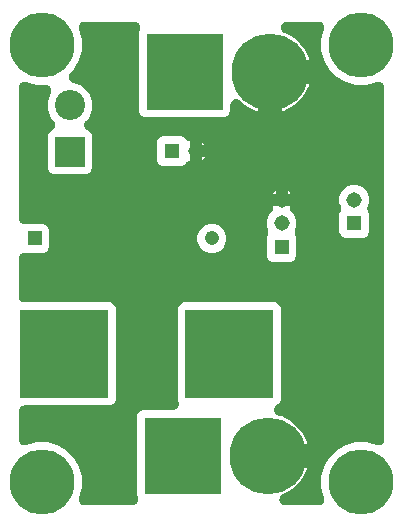
<source format=gtl>
G04 EAGLE Gerber RS-274X export*
G75*
%MOMM*%
%FSLAX34Y34*%
%LPD*%
%INTop Copper*%
%IPPOS*%
%AMOC8*
5,1,8,0,0,1.08239X$1,22.5*%
G01*
%ADD10R,1.208000X1.208000*%
%ADD11C,1.208000*%
%ADD12R,6.500000X6.500000*%
%ADD13C,6.500000*%
%ADD14R,2.550000X2.550000*%
%ADD15C,2.550000*%
%ADD16R,1.308000X1.308000*%
%ADD17C,1.308000*%
%ADD18R,7.500000X7.500000*%
%ADD19C,0.756400*%
%ADD20C,5.500000*%

G36*
X106429Y10173D02*
X106429Y10173D01*
X106625Y10176D01*
X106747Y10193D01*
X106869Y10201D01*
X107062Y10237D01*
X107256Y10265D01*
X107374Y10297D01*
X107495Y10320D01*
X107681Y10380D01*
X107871Y10432D01*
X107984Y10479D01*
X108101Y10517D01*
X108278Y10600D01*
X108460Y10675D01*
X108567Y10735D01*
X108678Y10788D01*
X108843Y10893D01*
X109014Y10989D01*
X109112Y11063D01*
X109216Y11129D01*
X109367Y11253D01*
X109524Y11371D01*
X109612Y11456D01*
X109707Y11534D01*
X109842Y11677D01*
X109982Y11813D01*
X110059Y11909D01*
X110144Y11998D01*
X110259Y12157D01*
X110382Y12309D01*
X110446Y12414D01*
X110519Y12513D01*
X110613Y12685D01*
X110716Y12852D01*
X110767Y12964D01*
X110827Y13071D01*
X110899Y13253D01*
X110980Y13432D01*
X111016Y13549D01*
X111062Y13664D01*
X111111Y13853D01*
X111169Y14040D01*
X111190Y14161D01*
X111221Y14280D01*
X111246Y14475D01*
X111280Y14668D01*
X111286Y14790D01*
X111302Y14912D01*
X111302Y15109D01*
X111312Y15304D01*
X111303Y15426D01*
X111303Y15550D01*
X111279Y15744D01*
X111264Y15939D01*
X111240Y16060D01*
X111225Y16182D01*
X111176Y16372D01*
X111137Y16563D01*
X111099Y16677D01*
X111067Y16799D01*
X110989Y16998D01*
X110926Y17184D01*
X110303Y18687D01*
X110303Y86113D01*
X111231Y88354D01*
X112946Y90069D01*
X115187Y90997D01*
X140806Y90997D01*
X141001Y91009D01*
X141197Y91012D01*
X141319Y91029D01*
X141441Y91037D01*
X141634Y91073D01*
X141828Y91101D01*
X141946Y91133D01*
X142067Y91156D01*
X142254Y91216D01*
X142443Y91268D01*
X142556Y91315D01*
X142673Y91353D01*
X142851Y91436D01*
X143032Y91511D01*
X143139Y91571D01*
X143250Y91624D01*
X143415Y91728D01*
X143586Y91825D01*
X143684Y91899D01*
X143788Y91965D01*
X143939Y92089D01*
X144096Y92207D01*
X144184Y92292D01*
X144279Y92370D01*
X144413Y92513D01*
X144554Y92649D01*
X144632Y92745D01*
X144716Y92834D01*
X144831Y92993D01*
X144954Y93145D01*
X145019Y93250D01*
X145091Y93349D01*
X145185Y93521D01*
X145288Y93688D01*
X145339Y93800D01*
X145399Y93907D01*
X145471Y94089D01*
X145552Y94268D01*
X145588Y94385D01*
X145634Y94500D01*
X145683Y94689D01*
X145741Y94876D01*
X145763Y94997D01*
X145793Y95116D01*
X145818Y95311D01*
X145852Y95503D01*
X145859Y95626D01*
X145874Y95748D01*
X145875Y95945D01*
X145884Y96140D01*
X145875Y96262D01*
X145875Y96386D01*
X145851Y96580D01*
X145836Y96775D01*
X145812Y96896D01*
X145797Y97018D01*
X145748Y97208D01*
X145709Y97399D01*
X145671Y97513D01*
X145640Y97635D01*
X145562Y97833D01*
X145498Y98020D01*
X144803Y99697D01*
X144803Y177123D01*
X145731Y179364D01*
X147446Y181079D01*
X149687Y182007D01*
X227113Y182007D01*
X229354Y181079D01*
X231069Y179364D01*
X231997Y177123D01*
X231997Y99697D01*
X231069Y97456D01*
X229334Y95722D01*
X229219Y95674D01*
X229088Y95599D01*
X228952Y95532D01*
X228812Y95440D01*
X228667Y95357D01*
X228546Y95265D01*
X228419Y95182D01*
X228292Y95073D01*
X228158Y94973D01*
X228050Y94867D01*
X227935Y94769D01*
X227822Y94645D01*
X227702Y94528D01*
X227608Y94409D01*
X227506Y94298D01*
X227409Y94161D01*
X227305Y94030D01*
X227226Y93900D01*
X227139Y93777D01*
X227061Y93629D01*
X226973Y93486D01*
X226911Y93347D01*
X226841Y93214D01*
X226781Y93057D01*
X226713Y92904D01*
X226668Y92760D01*
X226615Y92618D01*
X226575Y92455D01*
X226527Y92295D01*
X226501Y92146D01*
X226465Y91999D01*
X226447Y91832D01*
X226418Y91667D01*
X226411Y91516D01*
X226395Y91365D01*
X226397Y91198D01*
X226389Y91031D01*
X226402Y90880D01*
X226404Y90728D01*
X226427Y90563D01*
X226441Y90396D01*
X226472Y90247D01*
X226493Y90097D01*
X226537Y89936D01*
X226571Y89772D01*
X226620Y89628D01*
X226660Y89483D01*
X226724Y89328D01*
X226778Y89169D01*
X226845Y89034D01*
X226902Y88893D01*
X226985Y88748D01*
X227059Y88598D01*
X227142Y88471D01*
X227217Y88339D01*
X227317Y88205D01*
X227409Y88065D01*
X227508Y87950D01*
X227599Y87829D01*
X227715Y87709D01*
X227824Y87581D01*
X227936Y87479D01*
X228041Y87371D01*
X228171Y87266D01*
X228295Y87153D01*
X228420Y87066D01*
X228537Y86971D01*
X228680Y86883D01*
X228817Y86787D01*
X228951Y86716D01*
X229080Y86637D01*
X229232Y86567D01*
X229380Y86489D01*
X229518Y86437D01*
X229660Y86373D01*
X229834Y86319D01*
X229994Y86259D01*
X232719Y85432D01*
X235900Y84115D01*
X238936Y82492D01*
X241799Y80579D01*
X244460Y78395D01*
X246895Y75960D01*
X249079Y73299D01*
X250992Y70436D01*
X252615Y67400D01*
X253932Y64219D01*
X254436Y62559D01*
X225980Y62559D01*
X225826Y62549D01*
X225671Y62550D01*
X225508Y62530D01*
X225344Y62519D01*
X225192Y62490D01*
X225038Y62471D01*
X224879Y62431D01*
X224718Y62400D01*
X224571Y62352D01*
X224421Y62314D01*
X224268Y62254D01*
X224112Y62203D01*
X223972Y62137D01*
X223828Y62081D01*
X223684Y62002D01*
X223536Y61932D01*
X223405Y61850D01*
X223269Y61775D01*
X223136Y61679D01*
X222998Y61591D01*
X222878Y61493D01*
X222753Y61402D01*
X222633Y61290D01*
X222506Y61186D01*
X222400Y61073D01*
X222287Y60967D01*
X222182Y60841D01*
X222070Y60721D01*
X221978Y60596D01*
X221879Y60477D01*
X221791Y60339D01*
X221695Y60206D01*
X221620Y60071D01*
X221537Y59940D01*
X221466Y59792D01*
X221387Y59648D01*
X221330Y59505D01*
X221263Y59365D01*
X221212Y59209D01*
X221152Y59056D01*
X221113Y58906D01*
X221065Y58759D01*
X221033Y58598D01*
X220992Y58440D01*
X220973Y58286D01*
X220943Y58134D01*
X220933Y57975D01*
X220911Y57808D01*
X220911Y57639D01*
X220901Y57480D01*
X220901Y47320D01*
X220911Y47166D01*
X220910Y47010D01*
X220931Y46848D01*
X220941Y46684D01*
X220970Y46532D01*
X220989Y46378D01*
X221029Y46219D01*
X221060Y46058D01*
X221108Y45911D01*
X221146Y45761D01*
X221206Y45608D01*
X221257Y45452D01*
X221323Y45312D01*
X221379Y45168D01*
X221458Y45024D01*
X221528Y44876D01*
X221611Y44745D01*
X221685Y44609D01*
X221781Y44476D01*
X221869Y44337D01*
X221967Y44218D01*
X222058Y44092D01*
X222170Y43973D01*
X222275Y43846D01*
X222387Y43740D01*
X222493Y43627D01*
X222619Y43522D01*
X222739Y43410D01*
X222864Y43318D01*
X222983Y43219D01*
X223121Y43131D01*
X223254Y43035D01*
X223389Y42960D01*
X223520Y42876D01*
X223668Y42806D01*
X223812Y42727D01*
X223955Y42670D01*
X224096Y42603D01*
X224251Y42552D01*
X224404Y42492D01*
X224554Y42453D01*
X224701Y42405D01*
X224862Y42373D01*
X225021Y42332D01*
X225174Y42313D01*
X225326Y42283D01*
X225485Y42273D01*
X225653Y42251D01*
X225821Y42251D01*
X225980Y42241D01*
X254436Y42241D01*
X253932Y40581D01*
X252615Y37400D01*
X250992Y34364D01*
X249079Y31501D01*
X246895Y28840D01*
X244460Y26405D01*
X241799Y24221D01*
X238936Y22308D01*
X235900Y20685D01*
X234083Y19933D01*
X233833Y19811D01*
X233582Y19692D01*
X233547Y19670D01*
X233510Y19652D01*
X233278Y19500D01*
X233044Y19351D01*
X233012Y19325D01*
X232978Y19303D01*
X232767Y19122D01*
X232552Y18946D01*
X232524Y18916D01*
X232493Y18889D01*
X232306Y18684D01*
X232116Y18482D01*
X232092Y18448D01*
X232064Y18418D01*
X231905Y18191D01*
X231741Y17966D01*
X231721Y17931D01*
X231697Y17897D01*
X231567Y17652D01*
X231433Y17409D01*
X231418Y17370D01*
X231399Y17334D01*
X231300Y17074D01*
X231198Y16816D01*
X231188Y16777D01*
X231173Y16738D01*
X231108Y16468D01*
X231039Y16200D01*
X231033Y16159D01*
X231024Y16119D01*
X230993Y15844D01*
X230958Y15568D01*
X230958Y15527D01*
X230953Y15486D01*
X230957Y15208D01*
X230956Y14930D01*
X230962Y14890D01*
X230962Y14849D01*
X231001Y14574D01*
X231035Y14298D01*
X231045Y14258D01*
X231051Y14218D01*
X231124Y13950D01*
X231192Y13681D01*
X231207Y13643D01*
X231218Y13603D01*
X231324Y13347D01*
X231426Y13088D01*
X231445Y13052D01*
X231461Y13014D01*
X231598Y12773D01*
X231731Y12529D01*
X231755Y12496D01*
X231775Y12460D01*
X231942Y12237D01*
X232104Y12012D01*
X232132Y11982D01*
X232157Y11950D01*
X232350Y11749D01*
X232539Y11547D01*
X232571Y11521D01*
X232599Y11491D01*
X232816Y11317D01*
X233029Y11139D01*
X233064Y11117D01*
X233096Y11092D01*
X233332Y10946D01*
X233566Y10796D01*
X233603Y10779D01*
X233638Y10757D01*
X233890Y10643D01*
X234142Y10523D01*
X234181Y10510D01*
X234218Y10494D01*
X234484Y10411D01*
X234747Y10324D01*
X234787Y10317D01*
X234826Y10304D01*
X235100Y10256D01*
X235372Y10203D01*
X235413Y10200D01*
X235454Y10193D01*
X235775Y10177D01*
X236026Y10161D01*
X263915Y10161D01*
X264096Y10172D01*
X264279Y10174D01*
X264414Y10192D01*
X264551Y10201D01*
X264729Y10235D01*
X264910Y10259D01*
X265042Y10294D01*
X265176Y10320D01*
X265350Y10376D01*
X265526Y10423D01*
X265652Y10474D01*
X265782Y10517D01*
X265947Y10594D01*
X266116Y10663D01*
X266235Y10729D01*
X266359Y10788D01*
X266513Y10885D01*
X266672Y10974D01*
X266782Y11055D01*
X266897Y11129D01*
X267038Y11245D01*
X267184Y11353D01*
X267283Y11447D01*
X267388Y11534D01*
X267513Y11667D01*
X267645Y11793D01*
X267731Y11899D01*
X267825Y11998D01*
X267932Y12146D01*
X268047Y12287D01*
X268120Y12403D01*
X268200Y12513D01*
X268288Y12673D01*
X268384Y12828D01*
X268442Y12952D01*
X268508Y13071D01*
X268575Y13241D01*
X268651Y13406D01*
X268693Y13537D01*
X268743Y13664D01*
X268789Y13840D01*
X268844Y14014D01*
X268868Y14148D01*
X268902Y14280D01*
X268926Y14461D01*
X268958Y14640D01*
X268966Y14777D01*
X268983Y14912D01*
X268984Y15095D01*
X268994Y15277D01*
X268984Y15413D01*
X268984Y15550D01*
X268962Y15730D01*
X268949Y15912D01*
X268923Y16043D01*
X268906Y16182D01*
X268857Y16373D01*
X268821Y16555D01*
X266403Y25577D01*
X266403Y34423D01*
X268693Y42968D01*
X273116Y50629D01*
X279371Y56884D01*
X287032Y61307D01*
X295577Y63597D01*
X304423Y63597D01*
X313445Y61179D01*
X313624Y61143D01*
X313800Y61098D01*
X313936Y61080D01*
X314070Y61053D01*
X314252Y61040D01*
X314432Y61017D01*
X314569Y61016D01*
X314705Y61006D01*
X314887Y61016D01*
X315070Y61016D01*
X315205Y61032D01*
X315342Y61040D01*
X315521Y61072D01*
X315702Y61094D01*
X315834Y61128D01*
X315969Y61152D01*
X316143Y61206D01*
X316319Y61251D01*
X316446Y61301D01*
X316577Y61342D01*
X316742Y61418D01*
X316912Y61485D01*
X317032Y61550D01*
X317156Y61607D01*
X317311Y61703D01*
X317471Y61790D01*
X317582Y61870D01*
X317698Y61942D01*
X317840Y62057D01*
X317988Y62163D01*
X318087Y62257D01*
X318194Y62343D01*
X318320Y62474D01*
X318453Y62598D01*
X318541Y62703D01*
X318635Y62802D01*
X318744Y62948D01*
X318861Y63088D01*
X318934Y63203D01*
X319016Y63313D01*
X319105Y63471D01*
X319204Y63625D01*
X319262Y63749D01*
X319329Y63868D01*
X319399Y64036D01*
X319477Y64201D01*
X319519Y64331D01*
X319571Y64457D01*
X319619Y64633D01*
X319676Y64806D01*
X319702Y64940D01*
X319737Y65072D01*
X319762Y65252D01*
X319797Y65432D01*
X319806Y65565D01*
X319825Y65703D01*
X319827Y65901D01*
X319839Y66085D01*
X319839Y363915D01*
X319828Y364096D01*
X319826Y364279D01*
X319808Y364414D01*
X319799Y364551D01*
X319765Y364729D01*
X319741Y364910D01*
X319706Y365042D01*
X319680Y365176D01*
X319624Y365350D01*
X319577Y365526D01*
X319526Y365652D01*
X319483Y365782D01*
X319406Y365947D01*
X319337Y366116D01*
X319271Y366235D01*
X319212Y366359D01*
X319115Y366513D01*
X319026Y366672D01*
X318945Y366782D01*
X318871Y366897D01*
X318755Y367038D01*
X318647Y367184D01*
X318553Y367283D01*
X318466Y367388D01*
X318333Y367513D01*
X318207Y367645D01*
X318101Y367731D01*
X318002Y367825D01*
X317854Y367932D01*
X317713Y368047D01*
X317597Y368120D01*
X317487Y368200D01*
X317327Y368288D01*
X317172Y368384D01*
X317048Y368442D01*
X316929Y368508D01*
X316759Y368575D01*
X316594Y368651D01*
X316463Y368693D01*
X316336Y368743D01*
X316160Y368789D01*
X315986Y368844D01*
X315852Y368868D01*
X315720Y368902D01*
X315539Y368926D01*
X315360Y368958D01*
X315223Y368966D01*
X315088Y368983D01*
X314905Y368984D01*
X314723Y368994D01*
X314587Y368984D01*
X314450Y368984D01*
X314270Y368962D01*
X314088Y368949D01*
X313957Y368923D01*
X313818Y368906D01*
X313627Y368857D01*
X313445Y368821D01*
X304423Y366403D01*
X295577Y366403D01*
X287032Y368693D01*
X279371Y373116D01*
X273116Y379371D01*
X268693Y387032D01*
X266403Y395577D01*
X266403Y404423D01*
X268821Y413445D01*
X268857Y413624D01*
X268902Y413800D01*
X268920Y413936D01*
X268947Y414070D01*
X268960Y414252D01*
X268983Y414432D01*
X268984Y414569D01*
X268994Y414705D01*
X268984Y414887D01*
X268984Y415070D01*
X268968Y415205D01*
X268960Y415342D01*
X268928Y415521D01*
X268906Y415702D01*
X268872Y415834D01*
X268848Y415969D01*
X268794Y416143D01*
X268749Y416319D01*
X268699Y416446D01*
X268658Y416577D01*
X268582Y416742D01*
X268515Y416912D01*
X268450Y417032D01*
X268393Y417156D01*
X268297Y417311D01*
X268210Y417471D01*
X268130Y417582D01*
X268058Y417698D01*
X267943Y417840D01*
X267837Y417988D01*
X267743Y418087D01*
X267657Y418194D01*
X267526Y418320D01*
X267402Y418453D01*
X267297Y418541D01*
X267198Y418635D01*
X267052Y418744D01*
X266912Y418861D01*
X266797Y418934D01*
X266687Y419016D01*
X266529Y419105D01*
X266375Y419204D01*
X266251Y419262D01*
X266132Y419329D01*
X265964Y419399D01*
X265799Y419477D01*
X265669Y419519D01*
X265543Y419571D01*
X265367Y419619D01*
X265194Y419676D01*
X265060Y419702D01*
X264928Y419737D01*
X264748Y419762D01*
X264568Y419797D01*
X264435Y419806D01*
X264297Y419825D01*
X264099Y419827D01*
X263915Y419839D01*
X237343Y419839D01*
X237066Y419822D01*
X236789Y419809D01*
X236749Y419802D01*
X236708Y419799D01*
X236435Y419747D01*
X236161Y419700D01*
X236122Y419688D01*
X236082Y419680D01*
X235818Y419594D01*
X235552Y419513D01*
X235515Y419496D01*
X235476Y419483D01*
X235224Y419365D01*
X234971Y419251D01*
X234936Y419230D01*
X234899Y419212D01*
X234665Y419064D01*
X234428Y418919D01*
X234396Y418893D01*
X234361Y418871D01*
X234146Y418694D01*
X233930Y418521D01*
X233901Y418492D01*
X233870Y418466D01*
X233679Y418263D01*
X233486Y418064D01*
X233461Y418032D01*
X233433Y418002D01*
X233269Y417777D01*
X233103Y417555D01*
X233082Y417520D01*
X233058Y417487D01*
X232924Y417244D01*
X232786Y417002D01*
X232770Y416964D01*
X232750Y416929D01*
X232648Y416670D01*
X232541Y416414D01*
X232530Y416375D01*
X232515Y416336D01*
X232445Y416067D01*
X232372Y415800D01*
X232366Y415759D01*
X232356Y415720D01*
X232320Y415443D01*
X232281Y415169D01*
X232280Y415129D01*
X232275Y415088D01*
X232274Y414810D01*
X232269Y414532D01*
X232274Y414491D01*
X232274Y414450D01*
X232308Y414175D01*
X232338Y413899D01*
X232347Y413859D01*
X232352Y413818D01*
X232421Y413549D01*
X232485Y413279D01*
X232499Y413240D01*
X232509Y413201D01*
X232611Y412942D01*
X232709Y412682D01*
X232728Y412646D01*
X232743Y412608D01*
X232876Y412363D01*
X233005Y412118D01*
X233029Y412085D01*
X233048Y412049D01*
X233211Y411823D01*
X233370Y411596D01*
X233397Y411566D01*
X233422Y411532D01*
X233611Y411330D01*
X233797Y411124D01*
X233829Y411097D01*
X233856Y411067D01*
X234070Y410889D01*
X234280Y410708D01*
X234315Y410686D01*
X234346Y410659D01*
X234580Y410510D01*
X234812Y410357D01*
X234848Y410339D01*
X234883Y410316D01*
X235175Y410178D01*
X235400Y410067D01*
X237700Y409115D01*
X240736Y407492D01*
X243599Y405579D01*
X246260Y403395D01*
X248695Y400960D01*
X250879Y398299D01*
X252792Y395436D01*
X254415Y392400D01*
X255732Y389219D01*
X256236Y387559D01*
X227780Y387559D01*
X227626Y387549D01*
X227471Y387550D01*
X227308Y387530D01*
X227144Y387519D01*
X226992Y387490D01*
X226838Y387471D01*
X226679Y387431D01*
X226518Y387400D01*
X226371Y387352D01*
X226221Y387314D01*
X226068Y387254D01*
X225912Y387203D01*
X225772Y387137D01*
X225628Y387081D01*
X225484Y387002D01*
X225336Y386932D01*
X225205Y386850D01*
X225069Y386775D01*
X224936Y386679D01*
X224798Y386591D01*
X224678Y386493D01*
X224553Y386402D01*
X224433Y386290D01*
X224306Y386186D01*
X224200Y386073D01*
X224087Y385967D01*
X223982Y385841D01*
X223870Y385721D01*
X223778Y385596D01*
X223679Y385477D01*
X223591Y385339D01*
X223495Y385206D01*
X223420Y385071D01*
X223337Y384940D01*
X223266Y384792D01*
X223187Y384648D01*
X223130Y384505D01*
X223063Y384365D01*
X223012Y384209D01*
X222952Y384056D01*
X222913Y383906D01*
X222865Y383759D01*
X222833Y383598D01*
X222792Y383440D01*
X222773Y383286D01*
X222743Y383134D01*
X222733Y382975D01*
X222711Y382808D01*
X222711Y382639D01*
X222701Y382480D01*
X222701Y377399D01*
X217620Y377399D01*
X217466Y377389D01*
X217310Y377390D01*
X217148Y377369D01*
X216984Y377359D01*
X216832Y377330D01*
X216678Y377311D01*
X216519Y377271D01*
X216358Y377240D01*
X216211Y377192D01*
X216061Y377154D01*
X215908Y377094D01*
X215752Y377043D01*
X215612Y376977D01*
X215468Y376921D01*
X215324Y376842D01*
X215176Y376772D01*
X215045Y376689D01*
X214909Y376615D01*
X214776Y376519D01*
X214637Y376431D01*
X214518Y376333D01*
X214392Y376242D01*
X214273Y376130D01*
X214146Y376025D01*
X214040Y375913D01*
X213927Y375807D01*
X213822Y375681D01*
X213710Y375561D01*
X213618Y375436D01*
X213519Y375317D01*
X213431Y375179D01*
X213335Y375046D01*
X213260Y374911D01*
X213176Y374780D01*
X213106Y374632D01*
X213027Y374488D01*
X212970Y374345D01*
X212903Y374204D01*
X212852Y374049D01*
X212792Y373896D01*
X212753Y373746D01*
X212705Y373599D01*
X212673Y373438D01*
X212632Y373279D01*
X212613Y373126D01*
X212583Y372974D01*
X212573Y372815D01*
X212551Y372647D01*
X212551Y372479D01*
X212541Y372320D01*
X212541Y343864D01*
X210881Y344368D01*
X207700Y345685D01*
X204664Y347308D01*
X201801Y349221D01*
X199140Y351405D01*
X197968Y352577D01*
X197790Y352734D01*
X197618Y352896D01*
X197551Y352945D01*
X197490Y352999D01*
X197294Y353132D01*
X197102Y353271D01*
X197031Y353311D01*
X196963Y353357D01*
X196752Y353465D01*
X196545Y353579D01*
X196468Y353609D01*
X196395Y353646D01*
X196172Y353727D01*
X195952Y353814D01*
X195873Y353835D01*
X195796Y353863D01*
X195565Y353914D01*
X195336Y353974D01*
X195254Y353984D01*
X195174Y354002D01*
X194939Y354024D01*
X194704Y354055D01*
X194621Y354055D01*
X194540Y354062D01*
X194304Y354055D01*
X194066Y354056D01*
X193985Y354046D01*
X193903Y354043D01*
X193670Y354006D01*
X193434Y353977D01*
X193354Y353957D01*
X193274Y353944D01*
X193047Y353878D01*
X192817Y353820D01*
X192740Y353790D01*
X192662Y353767D01*
X192444Y353673D01*
X192224Y353587D01*
X192152Y353547D01*
X192077Y353515D01*
X191873Y353395D01*
X191665Y353281D01*
X191598Y353233D01*
X191528Y353191D01*
X191340Y353046D01*
X191148Y352908D01*
X191089Y352852D01*
X191024Y352802D01*
X190856Y352635D01*
X190683Y352473D01*
X190630Y352410D01*
X190572Y352352D01*
X190427Y352165D01*
X190275Y351983D01*
X190231Y351914D01*
X190181Y351849D01*
X190060Y351645D01*
X189932Y351446D01*
X189897Y351372D01*
X189855Y351301D01*
X189761Y351085D01*
X189659Y350870D01*
X189634Y350792D01*
X189601Y350717D01*
X189534Y350490D01*
X189460Y350265D01*
X189445Y350185D01*
X189422Y350106D01*
X189384Y349872D01*
X189339Y349640D01*
X189334Y349559D01*
X189321Y349477D01*
X189312Y349217D01*
X189297Y348986D01*
X189297Y343687D01*
X188369Y341446D01*
X186654Y339731D01*
X184413Y338803D01*
X116987Y338803D01*
X114746Y339731D01*
X113031Y341446D01*
X112103Y343687D01*
X112103Y411113D01*
X112809Y412816D01*
X112872Y413001D01*
X112945Y413184D01*
X112975Y413302D01*
X113015Y413419D01*
X113055Y413611D01*
X113104Y413800D01*
X113120Y413922D01*
X113145Y414043D01*
X113160Y414238D01*
X113185Y414432D01*
X113185Y414556D01*
X113195Y414678D01*
X113186Y414874D01*
X113186Y415070D01*
X113171Y415192D01*
X113165Y415314D01*
X113132Y415507D01*
X113107Y415702D01*
X113077Y415821D01*
X113056Y415942D01*
X112999Y416129D01*
X112950Y416319D01*
X112905Y416434D01*
X112869Y416551D01*
X112789Y416730D01*
X112717Y416912D01*
X112658Y417020D01*
X112608Y417132D01*
X112506Y417299D01*
X112411Y417471D01*
X112339Y417571D01*
X112275Y417676D01*
X112153Y417829D01*
X112038Y417988D01*
X111954Y418077D01*
X111877Y418174D01*
X111737Y418310D01*
X111603Y418453D01*
X111509Y418532D01*
X111421Y418618D01*
X111264Y418735D01*
X111114Y418861D01*
X111010Y418927D01*
X110912Y419001D01*
X110742Y419098D01*
X110577Y419204D01*
X110465Y419256D01*
X110359Y419317D01*
X110178Y419393D01*
X110001Y419477D01*
X109884Y419515D01*
X109770Y419562D01*
X109581Y419614D01*
X109396Y419676D01*
X109275Y419699D01*
X109156Y419732D01*
X108962Y419760D01*
X108770Y419797D01*
X108650Y419805D01*
X108526Y419823D01*
X108313Y419827D01*
X108116Y419839D01*
X66085Y419839D01*
X65904Y419828D01*
X65721Y419826D01*
X65586Y419808D01*
X65449Y419799D01*
X65271Y419765D01*
X65090Y419741D01*
X64958Y419706D01*
X64824Y419680D01*
X64650Y419624D01*
X64474Y419577D01*
X64348Y419526D01*
X64218Y419483D01*
X64053Y419406D01*
X63884Y419337D01*
X63765Y419271D01*
X63641Y419212D01*
X63487Y419115D01*
X63328Y419026D01*
X63218Y418945D01*
X63103Y418871D01*
X62962Y418755D01*
X62816Y418647D01*
X62717Y418553D01*
X62612Y418466D01*
X62487Y418333D01*
X62355Y418207D01*
X62269Y418101D01*
X62175Y418002D01*
X62068Y417854D01*
X61953Y417713D01*
X61880Y417597D01*
X61800Y417487D01*
X61712Y417327D01*
X61616Y417172D01*
X61558Y417048D01*
X61492Y416929D01*
X61425Y416759D01*
X61349Y416594D01*
X61307Y416463D01*
X61257Y416336D01*
X61211Y416160D01*
X61156Y415986D01*
X61132Y415852D01*
X61098Y415720D01*
X61074Y415539D01*
X61042Y415360D01*
X61034Y415223D01*
X61017Y415088D01*
X61016Y414905D01*
X61006Y414723D01*
X61016Y414587D01*
X61016Y414450D01*
X61038Y414270D01*
X61051Y414088D01*
X61077Y413957D01*
X61094Y413818D01*
X61143Y413627D01*
X61179Y413445D01*
X63597Y404423D01*
X63597Y395577D01*
X61307Y387032D01*
X56884Y379371D01*
X54030Y376518D01*
X53874Y376340D01*
X53712Y376168D01*
X53663Y376101D01*
X53609Y376040D01*
X53476Y375844D01*
X53337Y375652D01*
X53297Y375581D01*
X53251Y375513D01*
X53143Y375302D01*
X53029Y375095D01*
X52999Y375018D01*
X52961Y374945D01*
X52881Y374723D01*
X52794Y374502D01*
X52773Y374423D01*
X52745Y374346D01*
X52693Y374115D01*
X52634Y373886D01*
X52624Y373804D01*
X52606Y373724D01*
X52583Y373489D01*
X52553Y373254D01*
X52553Y373171D01*
X52545Y373090D01*
X52553Y372854D01*
X52552Y372616D01*
X52562Y372535D01*
X52565Y372453D01*
X52602Y372219D01*
X52631Y371984D01*
X52651Y371905D01*
X52664Y371824D01*
X52730Y371596D01*
X52788Y371367D01*
X52818Y371290D01*
X52841Y371212D01*
X52935Y370994D01*
X53021Y370774D01*
X53061Y370702D01*
X53093Y370627D01*
X53213Y370423D01*
X53327Y370215D01*
X53375Y370148D01*
X53417Y370078D01*
X53561Y369890D01*
X53700Y369698D01*
X53756Y369638D01*
X53806Y369574D01*
X53974Y369406D01*
X54135Y369233D01*
X54198Y369180D01*
X54256Y369122D01*
X54443Y368977D01*
X54625Y368825D01*
X54694Y368781D01*
X54759Y368731D01*
X54962Y368610D01*
X55162Y368482D01*
X55236Y368447D01*
X55306Y368405D01*
X55523Y368311D01*
X55737Y368209D01*
X55815Y368184D01*
X55891Y368151D01*
X56118Y368084D01*
X56343Y368010D01*
X56423Y367995D01*
X56502Y367972D01*
X56736Y367934D01*
X56968Y367889D01*
X57049Y367884D01*
X57131Y367871D01*
X57197Y367868D01*
X64176Y364977D01*
X69477Y359676D01*
X72347Y352749D01*
X72347Y345251D01*
X69477Y338324D01*
X67137Y335983D01*
X67007Y335837D01*
X66871Y335696D01*
X66797Y335598D01*
X66715Y335506D01*
X66605Y335344D01*
X66487Y335187D01*
X66426Y335080D01*
X66357Y334979D01*
X66268Y334804D01*
X66171Y334634D01*
X66123Y334520D01*
X66068Y334411D01*
X66001Y334227D01*
X65926Y334046D01*
X65893Y333927D01*
X65852Y333812D01*
X65809Y333621D01*
X65757Y333432D01*
X65739Y333310D01*
X65712Y333190D01*
X65693Y332995D01*
X65666Y332801D01*
X65663Y332678D01*
X65652Y332556D01*
X65658Y332360D01*
X65654Y332164D01*
X65667Y332042D01*
X65671Y331919D01*
X65701Y331726D01*
X65723Y331531D01*
X65751Y331411D01*
X65770Y331290D01*
X65825Y331101D01*
X65870Y330911D01*
X65913Y330796D01*
X65947Y330677D01*
X66025Y330498D01*
X66093Y330314D01*
X66151Y330205D01*
X66199Y330092D01*
X66299Y329924D01*
X66390Y329750D01*
X66461Y329649D01*
X66523Y329543D01*
X66642Y329389D01*
X66755Y329228D01*
X66837Y329137D01*
X66913Y329039D01*
X67051Y328901D01*
X67182Y328755D01*
X67275Y328675D01*
X67362Y328588D01*
X67517Y328468D01*
X67665Y328340D01*
X67768Y328272D01*
X67865Y328197D01*
X68033Y328097D01*
X68197Y327988D01*
X68304Y327935D01*
X68413Y327871D01*
X68608Y327786D01*
X68785Y327699D01*
X69704Y327319D01*
X71419Y325604D01*
X72347Y323363D01*
X72347Y295437D01*
X71419Y293196D01*
X69704Y291481D01*
X67463Y290553D01*
X39537Y290553D01*
X37296Y291481D01*
X35581Y293196D01*
X34653Y295437D01*
X34653Y323363D01*
X35581Y325604D01*
X37296Y327319D01*
X38215Y327699D01*
X38391Y327785D01*
X38571Y327863D01*
X38677Y327925D01*
X38788Y327979D01*
X38951Y328087D01*
X39120Y328186D01*
X39217Y328262D01*
X39320Y328329D01*
X39469Y328456D01*
X39624Y328576D01*
X39711Y328663D01*
X39805Y328743D01*
X39937Y328888D01*
X40076Y329026D01*
X40151Y329123D01*
X40234Y329214D01*
X40347Y329374D01*
X40467Y329529D01*
X40530Y329634D01*
X40601Y329735D01*
X40692Y329908D01*
X40792Y330076D01*
X40842Y330189D01*
X40899Y330298D01*
X40969Y330481D01*
X41047Y330660D01*
X41081Y330778D01*
X41125Y330893D01*
X41171Y331084D01*
X41226Y331272D01*
X41246Y331393D01*
X41274Y331513D01*
X41296Y331707D01*
X41327Y331901D01*
X41331Y332024D01*
X41345Y332146D01*
X41342Y332342D01*
X41349Y332538D01*
X41338Y332660D01*
X41336Y332783D01*
X41309Y332977D01*
X41291Y333172D01*
X41264Y333292D01*
X41247Y333414D01*
X41196Y333603D01*
X41154Y333794D01*
X41112Y333910D01*
X41080Y334029D01*
X41005Y334210D01*
X40940Y334394D01*
X40884Y334504D01*
X40837Y334618D01*
X40740Y334788D01*
X40652Y334963D01*
X40583Y335065D01*
X40523Y335172D01*
X40405Y335329D01*
X40296Y335491D01*
X40216Y335582D01*
X40141Y335682D01*
X39994Y335835D01*
X39863Y335983D01*
X37523Y338324D01*
X34653Y345251D01*
X34653Y352749D01*
X37400Y359380D01*
X37464Y359566D01*
X37536Y359748D01*
X37567Y359867D01*
X37607Y359983D01*
X37646Y360175D01*
X37695Y360364D01*
X37711Y360486D01*
X37736Y360607D01*
X37751Y360802D01*
X37776Y360996D01*
X37776Y361120D01*
X37786Y361242D01*
X37777Y361438D01*
X37777Y361634D01*
X37762Y361756D01*
X37756Y361878D01*
X37723Y362071D01*
X37699Y362266D01*
X37668Y362385D01*
X37647Y362506D01*
X37590Y362693D01*
X37541Y362883D01*
X37497Y362998D01*
X37460Y363115D01*
X37380Y363294D01*
X37308Y363476D01*
X37249Y363584D01*
X37199Y363696D01*
X37097Y363863D01*
X37003Y364035D01*
X36930Y364135D01*
X36866Y364240D01*
X36744Y364393D01*
X36629Y364552D01*
X36545Y364642D01*
X36469Y364738D01*
X36328Y364874D01*
X36194Y365017D01*
X36100Y365096D01*
X36012Y365182D01*
X35855Y365300D01*
X35705Y365425D01*
X35601Y365491D01*
X35503Y365565D01*
X35333Y365662D01*
X35168Y365768D01*
X35057Y365820D01*
X34950Y365881D01*
X34769Y365957D01*
X34592Y366041D01*
X34475Y366079D01*
X34362Y366126D01*
X34173Y366178D01*
X33987Y366240D01*
X33866Y366263D01*
X33747Y366296D01*
X33554Y366324D01*
X33361Y366361D01*
X33241Y366369D01*
X33117Y366387D01*
X32904Y366391D01*
X32707Y366403D01*
X25577Y366403D01*
X16555Y368821D01*
X16376Y368857D01*
X16200Y368902D01*
X16064Y368920D01*
X15930Y368947D01*
X15748Y368960D01*
X15568Y368983D01*
X15431Y368984D01*
X15295Y368994D01*
X15113Y368984D01*
X14930Y368984D01*
X14795Y368968D01*
X14658Y368960D01*
X14479Y368928D01*
X14298Y368906D01*
X14166Y368872D01*
X14031Y368848D01*
X13857Y368794D01*
X13681Y368749D01*
X13554Y368699D01*
X13423Y368658D01*
X13258Y368582D01*
X13088Y368515D01*
X12968Y368450D01*
X12844Y368393D01*
X12689Y368297D01*
X12529Y368210D01*
X12418Y368130D01*
X12302Y368058D01*
X12160Y367943D01*
X12012Y367837D01*
X11913Y367743D01*
X11806Y367657D01*
X11680Y367526D01*
X11547Y367402D01*
X11459Y367297D01*
X11365Y367198D01*
X11256Y367052D01*
X11139Y366912D01*
X11066Y366797D01*
X10984Y366687D01*
X10895Y366529D01*
X10796Y366375D01*
X10738Y366251D01*
X10671Y366132D01*
X10601Y365964D01*
X10523Y365799D01*
X10481Y365669D01*
X10429Y365543D01*
X10381Y365367D01*
X10324Y365194D01*
X10298Y365060D01*
X10263Y364928D01*
X10238Y364748D01*
X10203Y364568D01*
X10194Y364435D01*
X10175Y364297D01*
X10173Y364099D01*
X10161Y363915D01*
X10161Y253376D01*
X10173Y253180D01*
X10176Y252984D01*
X10193Y252862D01*
X10201Y252740D01*
X10237Y252547D01*
X10265Y252353D01*
X10297Y252234D01*
X10320Y252114D01*
X10381Y251927D01*
X10432Y251738D01*
X10479Y251625D01*
X10517Y251508D01*
X10600Y251330D01*
X10675Y251149D01*
X10736Y251042D01*
X10788Y250931D01*
X10893Y250766D01*
X10990Y250595D01*
X11063Y250497D01*
X11129Y250393D01*
X11254Y250242D01*
X11371Y250085D01*
X11456Y249996D01*
X11534Y249902D01*
X11677Y249768D01*
X11814Y249626D01*
X11909Y249549D01*
X11998Y249465D01*
X12157Y249350D01*
X12310Y249227D01*
X12415Y249162D01*
X12513Y249090D01*
X12685Y248996D01*
X12853Y248893D01*
X12964Y248842D01*
X13071Y248783D01*
X13254Y248710D01*
X13433Y248629D01*
X13550Y248593D01*
X13664Y248547D01*
X13853Y248498D01*
X14041Y248440D01*
X14162Y248419D01*
X14280Y248388D01*
X14475Y248363D01*
X14668Y248329D01*
X14791Y248323D01*
X14912Y248307D01*
X15109Y248307D01*
X15305Y248297D01*
X15427Y248306D01*
X15550Y248306D01*
X15745Y248330D01*
X15830Y248337D01*
X30853Y248337D01*
X33094Y247409D01*
X34809Y245694D01*
X35737Y243453D01*
X35737Y228947D01*
X34809Y226706D01*
X33094Y224991D01*
X30853Y224063D01*
X15822Y224063D01*
X15762Y224068D01*
X15568Y224093D01*
X15445Y224093D01*
X15323Y224103D01*
X15127Y224094D01*
X14930Y224094D01*
X14809Y224079D01*
X14686Y224073D01*
X14493Y224040D01*
X14298Y224015D01*
X14179Y223985D01*
X14059Y223964D01*
X13871Y223907D01*
X13681Y223858D01*
X13567Y223813D01*
X13450Y223777D01*
X13271Y223697D01*
X13088Y223625D01*
X12980Y223566D01*
X12869Y223516D01*
X12701Y223414D01*
X12529Y223319D01*
X12429Y223247D01*
X12325Y223184D01*
X12172Y223061D01*
X12012Y222946D01*
X11923Y222862D01*
X11827Y222786D01*
X11690Y222645D01*
X11547Y222511D01*
X11468Y222417D01*
X11383Y222329D01*
X11265Y222172D01*
X11139Y222021D01*
X11073Y221918D01*
X11000Y221820D01*
X10902Y221650D01*
X10796Y221484D01*
X10744Y221374D01*
X10683Y221267D01*
X10608Y221087D01*
X10523Y220909D01*
X10485Y220792D01*
X10438Y220679D01*
X10386Y220490D01*
X10324Y220303D01*
X10301Y220183D01*
X10269Y220065D01*
X10240Y219871D01*
X10203Y219678D01*
X10195Y219558D01*
X10177Y219435D01*
X10173Y219221D01*
X10161Y219024D01*
X10161Y187086D01*
X10170Y186931D01*
X10170Y186776D01*
X10190Y186614D01*
X10201Y186450D01*
X10230Y186298D01*
X10249Y186144D01*
X10289Y185985D01*
X10320Y185824D01*
X10368Y185677D01*
X10406Y185527D01*
X10466Y185374D01*
X10517Y185218D01*
X10582Y185078D01*
X10639Y184934D01*
X10718Y184790D01*
X10788Y184642D01*
X10870Y184511D01*
X10945Y184375D01*
X11041Y184242D01*
X11129Y184103D01*
X11227Y183984D01*
X11318Y183858D01*
X11430Y183739D01*
X11534Y183612D01*
X11647Y183506D01*
X11753Y183393D01*
X11879Y183288D01*
X11998Y183176D01*
X12124Y183084D01*
X12243Y182985D01*
X12381Y182897D01*
X12513Y182801D01*
X12649Y182726D01*
X12780Y182642D01*
X12928Y182572D01*
X13071Y182493D01*
X13215Y182436D01*
X13355Y182369D01*
X13511Y182318D01*
X13664Y182258D01*
X13814Y182219D01*
X13961Y182170D01*
X14122Y182139D01*
X14280Y182098D01*
X14434Y182079D01*
X14586Y182049D01*
X14745Y182039D01*
X14912Y182017D01*
X15081Y182017D01*
X15240Y182007D01*
X87413Y182007D01*
X89654Y181079D01*
X91369Y179364D01*
X92297Y177123D01*
X92297Y99697D01*
X91369Y97456D01*
X89654Y95741D01*
X87413Y94813D01*
X15240Y94813D01*
X15085Y94804D01*
X14930Y94804D01*
X14768Y94784D01*
X14604Y94773D01*
X14452Y94744D01*
X14298Y94725D01*
X14139Y94685D01*
X13978Y94654D01*
X13831Y94606D01*
X13681Y94568D01*
X13528Y94508D01*
X13372Y94457D01*
X13232Y94392D01*
X13088Y94335D01*
X12944Y94256D01*
X12796Y94186D01*
X12665Y94104D01*
X12529Y94029D01*
X12396Y93933D01*
X12257Y93845D01*
X12138Y93747D01*
X12012Y93656D01*
X11893Y93544D01*
X11766Y93440D01*
X11660Y93327D01*
X11547Y93221D01*
X11442Y93095D01*
X11330Y92976D01*
X11238Y92850D01*
X11139Y92731D01*
X11051Y92593D01*
X10955Y92461D01*
X10880Y92325D01*
X10796Y92194D01*
X10726Y92046D01*
X10647Y91903D01*
X10590Y91759D01*
X10523Y91619D01*
X10472Y91463D01*
X10412Y91310D01*
X10373Y91160D01*
X10324Y91013D01*
X10293Y90852D01*
X10252Y90694D01*
X10233Y90540D01*
X10203Y90388D01*
X10193Y90229D01*
X10171Y90062D01*
X10171Y89893D01*
X10161Y89734D01*
X10161Y66085D01*
X10172Y65904D01*
X10174Y65721D01*
X10192Y65586D01*
X10201Y65449D01*
X10235Y65271D01*
X10259Y65090D01*
X10294Y64958D01*
X10320Y64824D01*
X10376Y64650D01*
X10423Y64474D01*
X10474Y64348D01*
X10517Y64218D01*
X10594Y64053D01*
X10663Y63884D01*
X10729Y63765D01*
X10788Y63641D01*
X10885Y63487D01*
X10974Y63328D01*
X11055Y63218D01*
X11129Y63103D01*
X11245Y62962D01*
X11353Y62816D01*
X11447Y62717D01*
X11534Y62612D01*
X11667Y62487D01*
X11793Y62355D01*
X11899Y62269D01*
X11998Y62175D01*
X12146Y62068D01*
X12287Y61953D01*
X12403Y61880D01*
X12513Y61800D01*
X12673Y61712D01*
X12828Y61616D01*
X12952Y61558D01*
X13071Y61492D01*
X13241Y61425D01*
X13406Y61349D01*
X13537Y61307D01*
X13664Y61257D01*
X13840Y61211D01*
X14014Y61156D01*
X14148Y61132D01*
X14280Y61098D01*
X14461Y61074D01*
X14640Y61042D01*
X14777Y61034D01*
X14912Y61017D01*
X15095Y61016D01*
X15277Y61006D01*
X15413Y61016D01*
X15550Y61016D01*
X15730Y61038D01*
X15912Y61051D01*
X16043Y61077D01*
X16182Y61094D01*
X16373Y61143D01*
X16555Y61179D01*
X25577Y63597D01*
X34423Y63597D01*
X42968Y61307D01*
X50629Y56884D01*
X56884Y50629D01*
X61307Y42968D01*
X63597Y34423D01*
X63597Y25577D01*
X61179Y16555D01*
X61143Y16376D01*
X61098Y16200D01*
X61080Y16064D01*
X61053Y15930D01*
X61040Y15748D01*
X61017Y15568D01*
X61016Y15431D01*
X61006Y15295D01*
X61016Y15113D01*
X61016Y14930D01*
X61032Y14795D01*
X61040Y14658D01*
X61072Y14479D01*
X61094Y14298D01*
X61128Y14166D01*
X61152Y14031D01*
X61206Y13857D01*
X61251Y13681D01*
X61301Y13554D01*
X61342Y13423D01*
X61418Y13258D01*
X61485Y13088D01*
X61550Y12968D01*
X61607Y12844D01*
X61703Y12689D01*
X61790Y12529D01*
X61870Y12418D01*
X61942Y12302D01*
X62057Y12160D01*
X62163Y12012D01*
X62257Y11913D01*
X62343Y11806D01*
X62474Y11680D01*
X62598Y11547D01*
X62703Y11459D01*
X62802Y11365D01*
X62948Y11256D01*
X63088Y11139D01*
X63203Y11066D01*
X63313Y10984D01*
X63471Y10895D01*
X63625Y10796D01*
X63749Y10738D01*
X63868Y10671D01*
X64036Y10601D01*
X64201Y10523D01*
X64331Y10481D01*
X64457Y10429D01*
X64633Y10381D01*
X64806Y10324D01*
X64940Y10298D01*
X65072Y10263D01*
X65252Y10238D01*
X65432Y10203D01*
X65565Y10194D01*
X65703Y10175D01*
X65901Y10173D01*
X66085Y10161D01*
X106233Y10161D01*
X106429Y10173D01*
G37*
%LPC*%
G36*
X224993Y216479D02*
X224993Y216479D01*
X222752Y217407D01*
X221037Y219122D01*
X220109Y221363D01*
X220109Y236869D01*
X221320Y239792D01*
X221344Y239861D01*
X221374Y239927D01*
X221447Y240162D01*
X221526Y240395D01*
X221541Y240466D01*
X221563Y240536D01*
X221606Y240777D01*
X221656Y241018D01*
X221662Y241091D01*
X221674Y241163D01*
X221687Y241408D01*
X221706Y241654D01*
X221703Y241727D01*
X221706Y241799D01*
X221688Y242044D01*
X221676Y242290D01*
X221664Y242362D01*
X221658Y242435D01*
X221609Y242676D01*
X221567Y242918D01*
X221546Y242987D01*
X221531Y243059D01*
X221457Y243278D01*
X221380Y243527D01*
X221346Y243603D01*
X221320Y243679D01*
X220109Y246602D01*
X220109Y251630D01*
X222033Y256274D01*
X224104Y258345D01*
X224315Y258584D01*
X224518Y258814D01*
X224521Y258818D01*
X224525Y258823D01*
X224701Y259082D01*
X224878Y259340D01*
X224880Y259345D01*
X224883Y259349D01*
X225024Y259626D01*
X225168Y259907D01*
X225170Y259912D01*
X225173Y259917D01*
X225279Y260211D01*
X225386Y260506D01*
X225387Y260511D01*
X225389Y260516D01*
X225459Y260828D01*
X225527Y261127D01*
X225527Y261133D01*
X225528Y261138D01*
X225558Y261450D01*
X225588Y261762D01*
X225588Y261767D01*
X225589Y261772D01*
X225579Y262080D01*
X225570Y262398D01*
X225569Y262404D01*
X225569Y262409D01*
X225522Y262713D01*
X225473Y263028D01*
X225471Y263033D01*
X225470Y263039D01*
X225384Y263337D01*
X225297Y263641D01*
X225295Y263645D01*
X225293Y263651D01*
X225127Y264037D01*
X232746Y264037D01*
X240365Y264037D01*
X240329Y263954D01*
X240205Y263668D01*
X240203Y263663D01*
X240201Y263658D01*
X240110Y263346D01*
X240026Y263056D01*
X240025Y263051D01*
X240023Y263046D01*
X239974Y262736D01*
X239924Y262427D01*
X239924Y262422D01*
X239923Y262417D01*
X239913Y262097D01*
X239903Y261790D01*
X239903Y261785D01*
X239903Y261780D01*
X239932Y261470D01*
X239961Y261156D01*
X239962Y261151D01*
X239963Y261145D01*
X240031Y260839D01*
X240098Y260534D01*
X240100Y260529D01*
X240101Y260523D01*
X240207Y260227D01*
X240312Y259934D01*
X240315Y259929D01*
X240316Y259924D01*
X240456Y259649D01*
X240599Y259365D01*
X240603Y259361D01*
X240605Y259356D01*
X240787Y259087D01*
X240956Y258837D01*
X240959Y258833D01*
X240962Y258828D01*
X241383Y258350D01*
X241386Y258347D01*
X241388Y258345D01*
X243459Y256274D01*
X245383Y251630D01*
X245383Y246602D01*
X244172Y243679D01*
X244148Y243610D01*
X244118Y243544D01*
X244045Y243309D01*
X243966Y243077D01*
X243951Y243005D01*
X243929Y242935D01*
X243886Y242694D01*
X243836Y242453D01*
X243830Y242380D01*
X243818Y242308D01*
X243805Y242063D01*
X243786Y241818D01*
X243789Y241744D01*
X243786Y241672D01*
X243804Y241427D01*
X243816Y241181D01*
X243828Y241109D01*
X243834Y241036D01*
X243883Y240795D01*
X243925Y240553D01*
X243946Y240484D01*
X243961Y240412D01*
X244035Y240193D01*
X244112Y239944D01*
X244146Y239868D01*
X244172Y239792D01*
X245383Y236869D01*
X245383Y221363D01*
X244455Y219122D01*
X242740Y217407D01*
X240499Y216479D01*
X224993Y216479D01*
G37*
%LPD*%
%LPC*%
G36*
X286621Y236479D02*
X286621Y236479D01*
X284380Y237407D01*
X282665Y239122D01*
X281737Y241363D01*
X281737Y256869D01*
X282948Y259792D01*
X282972Y259861D01*
X283002Y259927D01*
X283075Y260162D01*
X283154Y260395D01*
X283169Y260466D01*
X283191Y260536D01*
X283234Y260777D01*
X283284Y261018D01*
X283290Y261091D01*
X283302Y261163D01*
X283315Y261408D01*
X283334Y261654D01*
X283331Y261727D01*
X283334Y261799D01*
X283316Y262044D01*
X283304Y262290D01*
X283292Y262362D01*
X283286Y262435D01*
X283237Y262676D01*
X283195Y262918D01*
X283174Y262987D01*
X283159Y263059D01*
X283085Y263278D01*
X283008Y263527D01*
X282974Y263603D01*
X282948Y263679D01*
X281737Y266602D01*
X281737Y271630D01*
X283661Y276274D01*
X287216Y279829D01*
X291860Y281753D01*
X296888Y281753D01*
X301532Y279829D01*
X305087Y276274D01*
X307011Y271630D01*
X307011Y266602D01*
X305800Y263679D01*
X305776Y263610D01*
X305746Y263544D01*
X305673Y263309D01*
X305594Y263077D01*
X305579Y263005D01*
X305557Y262935D01*
X305514Y262694D01*
X305464Y262453D01*
X305458Y262380D01*
X305446Y262308D01*
X305433Y262063D01*
X305414Y261818D01*
X305417Y261744D01*
X305414Y261672D01*
X305432Y261427D01*
X305444Y261181D01*
X305456Y261109D01*
X305462Y261036D01*
X305511Y260795D01*
X305553Y260553D01*
X305574Y260484D01*
X305589Y260412D01*
X305663Y260193D01*
X305740Y259944D01*
X305774Y259868D01*
X305800Y259792D01*
X307011Y256869D01*
X307011Y241363D01*
X306083Y239122D01*
X304368Y237407D01*
X302127Y236479D01*
X286621Y236479D01*
G37*
%LPD*%
%LPC*%
G36*
X132247Y297363D02*
X132247Y297363D01*
X130006Y298291D01*
X128291Y300006D01*
X127363Y302247D01*
X127363Y317753D01*
X128291Y319994D01*
X130006Y321709D01*
X132247Y322637D01*
X147753Y322637D01*
X149994Y321709D01*
X151877Y319825D01*
X152052Y319671D01*
X152222Y319511D01*
X152291Y319460D01*
X152355Y319403D01*
X152548Y319273D01*
X152736Y319135D01*
X152811Y319093D01*
X152882Y319045D01*
X153090Y318939D01*
X153294Y318826D01*
X153373Y318795D01*
X153450Y318756D01*
X153669Y318677D01*
X153886Y318590D01*
X153969Y318569D01*
X154049Y318540D01*
X154277Y318489D01*
X154502Y318430D01*
X154587Y318419D01*
X154671Y318400D01*
X154903Y318378D01*
X154921Y318376D01*
X154921Y310000D01*
X154921Y301624D01*
X154689Y301603D01*
X154605Y301584D01*
X154520Y301573D01*
X154294Y301516D01*
X154066Y301465D01*
X153986Y301437D01*
X153903Y301415D01*
X153686Y301330D01*
X153466Y301251D01*
X153390Y301213D01*
X153310Y301181D01*
X153105Y301069D01*
X152898Y300964D01*
X152827Y300916D01*
X152752Y300875D01*
X152563Y300738D01*
X152369Y300608D01*
X152307Y300552D01*
X152236Y300501D01*
X152049Y300326D01*
X151877Y300175D01*
X149994Y298291D01*
X147753Y297363D01*
X132247Y297363D01*
G37*
%LPD*%
%LPC*%
G36*
X171186Y224063D02*
X171186Y224063D01*
X166725Y225911D01*
X163311Y229325D01*
X161463Y233786D01*
X161463Y238614D01*
X163311Y243075D01*
X166725Y246489D01*
X171186Y248337D01*
X176014Y248337D01*
X180475Y246489D01*
X183889Y243075D01*
X185737Y238614D01*
X185737Y233786D01*
X183889Y229325D01*
X180475Y225911D01*
X176014Y224063D01*
X171186Y224063D01*
G37*
%LPD*%
%LPC*%
G36*
X232859Y367241D02*
X232859Y367241D01*
X256236Y367241D01*
X255732Y365581D01*
X254415Y362400D01*
X252792Y359364D01*
X250879Y356501D01*
X248695Y353840D01*
X246260Y351405D01*
X243599Y349221D01*
X240736Y347308D01*
X237700Y345685D01*
X234519Y344368D01*
X232859Y343864D01*
X232859Y367241D01*
G37*
%LPD*%
%LPC*%
G36*
X165079Y315079D02*
X165079Y315079D01*
X165079Y317534D01*
X165916Y316926D01*
X166926Y315916D01*
X167534Y315079D01*
X165079Y315079D01*
G37*
%LPD*%
%LPC*%
G36*
X237825Y274195D02*
X237825Y274195D01*
X237825Y276650D01*
X238662Y276042D01*
X239672Y275032D01*
X240280Y274195D01*
X237825Y274195D01*
G37*
%LPD*%
%LPC*%
G36*
X165079Y304921D02*
X165079Y304921D01*
X167534Y304921D01*
X166926Y304084D01*
X165916Y303074D01*
X165079Y302466D01*
X165079Y304921D01*
G37*
%LPD*%
%LPC*%
G36*
X225212Y274195D02*
X225212Y274195D01*
X225820Y275032D01*
X226830Y276042D01*
X227667Y276650D01*
X227667Y274195D01*
X225212Y274195D01*
G37*
%LPD*%
D10*
X23600Y236200D03*
D11*
X173600Y236200D03*
D12*
X150700Y377400D03*
D13*
X222700Y377400D03*
D12*
X148900Y52400D03*
D13*
X220900Y52400D03*
D14*
X53500Y309400D03*
D15*
X53500Y349000D03*
D16*
X294374Y249116D03*
D17*
X294374Y269116D03*
D16*
X232746Y229116D03*
D17*
X232746Y249116D03*
X232746Y269116D03*
D18*
X188400Y138410D03*
X48700Y138410D03*
D16*
X140000Y310000D03*
D17*
X160000Y310000D03*
D19*
X26110Y80428D03*
X86110Y80428D03*
X86110Y20428D03*
X296110Y80428D03*
X266110Y80428D03*
X266110Y140428D03*
X106110Y140428D03*
X106110Y200428D03*
X246110Y200428D03*
X106110Y260428D03*
X236110Y320428D03*
X186110Y200428D03*
X186110Y320428D03*
X296110Y360428D03*
D20*
X300000Y400000D03*
X300000Y30000D03*
X30000Y30000D03*
X30000Y400000D03*
M02*

</source>
